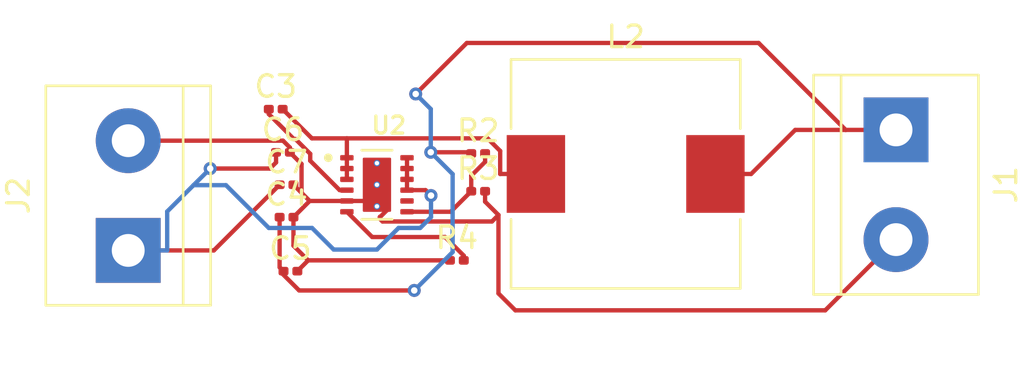
<source format=kicad_pcb>
(kicad_pcb (version 20241229) (generator "pcbnew") (generator_version "9.0")
  (layers (0 "F.Cu" signal) (2 "B.Cu" signal) (13 "F.Paste" user) (15 "B.Paste" user) (5 "F.SilkS" user "F.Silkscreen") (7 "B.SilkS" user "B.Silkscreen") (1 "F.Mask" user) (3 "B.Mask" user) (25 "Edge.Cuts" user))
  (net 0 "")
  (net 1 "Net-(C3-Pad2)")
  (net 2 "Net-(U2-BOOT)")
  (net 3 "/Vout-7.6v")
  (net 4 "GND")
  (net 5 "/Vin=10v_to_35v")
  (net 6 "Net-(U2-FB)")
  (net 7 "Net-(U2-RT)")
  (footprint "Capacitor_SMD:C_0201_0603Metric" (layer "F.Cu") (at 110.32 73.5)
    (property "Reference" "C4" (at 0 -1.05 0) (layer "F.SilkS"))
    (property "Value" "22 µF")
    (pad "1" smd roundrect (at -0.32 0) (size 0.46 0.4) (layers "F.Cu" "F.Mask") (net 3 "/Vout-7.6v"))
    (pad "2" smd roundrect (at 0.32 0) (size 0.46 0.4) (layers "F.Cu" "F.Mask") (net 4 "GND"))
  )
  (footprint "Capacitor_SMD:C_0201_0603Metric" (layer "F.Cu") (at 109.82 68.5)
    (property "Reference" "C3" (at 0 -1.05 0) (layer "F.SilkS"))
    (property "Value" "0.1 µF")
    (pad "1" smd roundrect (at -0.32 0) (size 0.46 0.4) (layers "F.Cu" "F.Mask") (net 2 "Net-(U2-BOOT)"))
    (pad "2" smd roundrect (at 0.32 0) (size 0.46 0.4) (layers "F.Cu" "F.Mask") (net 1 "Net-(C3-Pad2)"))
  )
  (footprint "Capacitor_SMD:C_0201_0603Metric" (layer "F.Cu") (at 110.32 72)
    (property "Reference" "C7" (at 0 -1.05 0) (layer "F.SilkS"))
    (property "Value" "47 µF")
    (pad "1" smd roundrect (at -0.32 0) (size 0.46 0.4) (layers "F.Cu" "F.Mask") (net 5 "/Vin=10v_to_35v"))
    (pad "2" smd roundrect (at 0.32 0) (size 0.46 0.4) (layers "F.Cu" "F.Mask") (net 4 "GND"))
  )
  (footprint "TerminalBlock:TerminalBlock_bornier-2_P5.08mm" (layer "F.Cu") (at 138.5 69.46 -90)
    (property "Reference" "J1" (at 2.54 -5.08 90) (layer "F.SilkS"))
    (property "Value" "Screw_Terminal_01x02")
    (fp_line (start -2.54 3.81) (end 7.62 3.81) (stroke (width 0.12)) (layer "F.SilkS"))
    (fp_line (start 7.62 3.81) (end 7.62 -3.81) (stroke (width 0.12)) (layer "F.SilkS"))
    (fp_line (start 7.62 2.54) (end -2.54 2.54) (stroke (width 0.12)) (layer "F.SilkS"))
    (fp_line (start -2.54 -3.81) (end -2.54 3.81) (stroke (width 0.12)) (layer "F.SilkS"))
    (fp_line (start 7.62 -3.81) (end -2.54 -3.81) (stroke (width 0.12)) (layer "F.SilkS"))
    (pad "1" thru_hole rect (at 0 0 270) (size 3 3) (drill 1.52) (layers "*.Cu" "*.Mask") (net 3 "/Vout-7.6v"))
    (pad "2" thru_hole circle (at 5.08 0 270) (size 3 3) (drill 1.52) (layers "*.Cu" "*.Mask") (net 4 "GND"))
  )
  (footprint "Capacitor_SMD:C_0201_0603Metric" (layer "F.Cu") (at 110.155 70.5)
    (property "Reference" "C6" (at 0 -1.05 0) (layer "F.SilkS"))
    (property "Value" "10 µF")
    (pad "1" smd roundrect (at -0.32 0) (size 0.46 0.4) (layers "F.Cu" "F.Mask") (net 5 "/Vin=10v_to_35v"))
    (pad "2" smd roundrect (at 0.32 0) (size 0.46 0.4) (layers "F.Cu" "F.Mask") (net 4 "GND"))
  )
  (footprint "Capacitor_SMD:C_0201_0603Metric" (layer "F.Cu") (at 110.5 76)
    (property "Reference" "C5" (at 0 -1.05 0) (layer "F.SilkS"))
    (property "Value" "22 µF")
    (pad "1" smd roundrect (at -0.32 0) (size 0.46 0.4) (layers "F.Cu" "F.Mask") (net 3 "/Vout-7.6v"))
    (pad "2" smd roundrect (at 0.32 0) (size 0.46 0.4) (layers "F.Cu" "F.Mask") (net 4 "GND"))
  )
  (footprint "TerminalBlock:TerminalBlock_bornier-2_P5.08mm" (layer "F.Cu") (at 103 75.04 90)
    (property "Reference" "J2" (at 2.54 -5.08 90) (layer "F.SilkS"))
    (property "Value" "Screw_Terminal_01x02")
    (fp_line (start 7.62 -3.81) (end -2.54 -3.81) (stroke (width 0.12)) (layer "F.SilkS"))
    (fp_line (start -2.54 -3.81) (end -2.54 3.81) (stroke (width 0.12)) (layer "F.SilkS"))
    (fp_line (start 7.62 2.54) (end -2.54 2.54) (stroke (width 0.12)) (layer "F.SilkS"))
    (fp_line (start 7.62 3.81) (end 7.62 -3.81) (stroke (width 0.12)) (layer "F.SilkS"))
    (fp_line (start -2.54 3.81) (end 7.62 3.81) (stroke (width 0.12)) (layer "F.SilkS"))
    (pad "1" thru_hole rect (at 0 0 90) (size 3 3) (drill 1.52) (layers "*.Cu" "*.Mask") (net 5 "/Vin=10v_to_35v"))
    (pad "2" thru_hole circle (at 5.08 0 90) (size 3 3) (drill 1.52) (layers "*.Cu" "*.Mask") (net 4 "GND"))
  )
  (footprint "Resistor_SMD:R_0201_0603Metric" (layer "F.Cu") (at 119.18 70.55)
    (property "Reference" "R2" (at 0 -1.05 0) (layer "F.SilkS"))
    (property "Value" "84.5 kΩ")
    (pad "1" smd roundrect (at -0.32 0) (size 0.46 0.4) (layers "F.Cu" "F.Mask") (net 3 "/Vout-7.6v"))
    (pad "2" smd roundrect (at 0.32 0) (size 0.46 0.4) (layers "F.Cu" "F.Mask") (net 6 "Net-(U2-FB)"))
  )
  (footprint "LMR51450SDRRR:CONV_LMR51450SDRRR" (layer "F.Cu") (at 114.5 72)
    (property "Reference" "U2" (at 0.55 -2.75 0) (layer "F.SilkS") (effects (font (size 0.787402 0.787402))))
    (property "Value" "LMR51450SDRRR")
    (fp_line (start -0.7 -1.6) (end 0.7 -1.6) (stroke (width 0.127)) (layer "F.SilkS"))
    (fp_line (start -0.7 1.6) (end 0.7 1.6) (stroke (width 0.127)) (layer "F.SilkS"))
    (fp_circle (center -2.25 -1.25) (end -2.15 -1.25) (stroke (width 0.2)) (fill no) (layer "F.SilkS"))
    (pad "1" smd roundrect (at -1.39 -1.25) (size 0.62 0.25) (layers "F.Cu" "F.Paste") (roundrect_rratio 0.2) (net 1 "Net-(C3-Pad2)"))
    (pad "2" smd roundrect (at -1.39 -0.75) (size 0.62 0.25) (layers "F.Cu" "F.Paste") (roundrect_rratio 0.2) (net 1 "Net-(C3-Pad2)"))
    (pad "3" smd roundrect (at -1.39 -0.25) (size 0.62 0.25) (layers "F.Cu" "F.Paste") (roundrect_rratio 0.2) (net 1 "Net-(C3-Pad2)"))
    (pad "4" smd roundrect (at -1.39 0.25) (size 0.62 0.25) (layers "F.Cu" "F.Paste") (roundrect_rratio 0.2) (net 2 "Net-(U2-BOOT)"))
    (pad "5" smd roundrect (at -1.39 0.75) (size 0.62 0.25) (layers "F.Cu" "F.Paste") (roundrect_rratio 0.2) (net 4 "GND"))
    (pad "6" smd roundrect (at -1.39 1.25) (size 0.62 0.25) (layers "F.Cu" "F.Paste") (roundrect_rratio 0.2) (net 7 "Net-(U2-RT)"))
    (pad "7" smd roundrect (at 1.39 1.25) (size 0.62 0.25) (layers "F.Cu" "F.Paste") (roundrect_rratio 0.2) (net 6 "Net-(U2-FB)"))
    (pad "8" smd roundrect (at 1.39 0.75) (size 0.62 0.25) (layers "F.Cu" "F.Paste") (roundrect_rratio 0.2))
    (pad "9" smd roundrect (at 1.39 0.25) (size 0.62 0.25) (layers "F.Cu" "F.Paste") (roundrect_rratio 0.2) (net 5 "/Vin=10v_to_35v"))
    (pad "10" smd roundrect (at 1.39 -0.25) (size 0.62 0.25) (layers "F.Cu" "F.Paste") (roundrect_rratio 0.2) (net 5 "/Vin=10v_to_35v"))
    (pad "11" smd roundrect (at 1.39 -0.75) (size 0.62 0.25) (layers "F.Cu" "F.Paste") (roundrect_rratio 0.2) (net 5 "/Vin=10v_to_35v"))
    (pad "12" smd roundrect (at 1.39 -1.25) (size 0.62 0.25) (layers "F.Cu" "F.Paste") (roundrect_rratio 0.2) (net 5 "/Vin=10v_to_35v"))
    (pad "13" smd custom (at 0 0) (size 0.5 0.5) (layers "F.Cu") (net 4 "GND") (options (clearance outline) (anchor rect)) (primitives (gr_poly (pts (xy -0.65 -1.2) (xy -0.65 1.2) (xy -0.65 1.203) (xy -0.65 1.205) (xy -0.649 1.208) (xy -0.649 1.21) (xy -0.648 1.213) (xy -0.648 1.215) (xy -0.647 1.218) (xy -0.646 1.22) (xy -0.645 1.223) (xy -0.643 1.225) (xy -0.642 1.227) (xy -0.64 1.229) (xy -0.639 1.231) (xy -0.637 1.233) (xy -0.635 1.235) (xy -0.633 1.237) (xy -0.631 1.239) (xy -0.629 1.24) (xy -0.627 1.242) (xy -0.625 1.243) (xy -0.623 1.245) (xy -0.62 1.246) (xy -0.618 1.247) (xy -0.615 1.248) (xy -0.613 1.248) (xy -0.61 1.249) (xy -0.608 1.249) (xy -0.605 1.25) (xy -0.603 1.25) (xy -0.6 1.25) (xy 0.6 1.25) (xy 0.603 1.25) (xy 0.605 1.25) (xy 0.608 1.249) (xy 0.61 1.249) (xy 0.613 1.248) (xy 0.615 1.248) (xy 0.618 1.247) (xy 0.62 1.246) (xy 0.623 1.245) (xy 0.625 1.243) (xy 0.627 1.242) (xy 0.629 1.24) (xy 0.631 1.239) (xy 0.633 1.237) (xy 0.635 1.235) (xy 0.637 1.233) (xy 0.639 1.231) (xy 0.64 1.229) (xy 0.642 1.227) (xy 0.643 1.225) (xy 0.645 1.223) (xy 0.646 1.22) (xy 0.647 1.218) (xy 0.648 1.215) (xy 0.648 1.213) (xy 0.649 1.21) (xy 0.649 1.208) (xy 0.65 1.205) (xy 0.65 1.203) (xy 0.65 1.2) (xy 0.65 -1.2) (xy 0.65 -1.203) (xy 0.65 -1.205) (xy 0.649 -1.208) (xy 0.649 -1.21) (xy 0.648 -1.213) (xy 0.648 -1.215) (xy 0.647 -1.218) (xy 0.646 -1.22) (xy 0.645 -1.223) (xy 0.643 -1.225) (xy 0.642 -1.227) (xy 0.64 -1.229) (xy 0.639 -1.231) (xy 0.637 -1.233) (xy 0.635 -1.235) (xy 0.633 -1.237) (xy 0.631 -1.239) (xy 0.629 -1.24) (xy 0.627 -1.242) (xy 0.625 -1.243) (xy 0.623 -1.245) (xy 0.62 -1.246) (xy 0.618 -1.247) (xy 0.615 -1.248) (xy 0.613 -1.248) (xy 0.61 -1.249) (xy 0.608 -1.249) (xy 0.605 -1.25) (xy 0.603 -1.25) (xy 0.6 -1.25) (xy -0.6 -1.25) (xy -0.603 -1.25) (xy -0.605 -1.25) (xy -0.608 -1.249) (xy -0.61 -1.249) (xy -0.613 -1.248) (xy -0.615 -1.248) (xy -0.618 -1.247) (xy -0.62 -1.246) (xy -0.623 -1.245) (xy -0.625 -1.243) (xy -0.627 -1.242) (xy -0.629 -1.24) (xy -0.631 -1.239) (xy -0.633 -1.237) (xy -0.635 -1.235) (xy -0.637 -1.233) (xy -0.639 -1.231) (xy -0.64 -1.229) (xy -0.642 -1.227) (xy -0.643 -1.225) (xy -0.645 -1.223) (xy -0.646 -1.22) (xy -0.647 -1.218) (xy -0.648 -1.215) (xy -0.648 -1.213) (xy -0.649 -1.21) (xy -0.649 -1.208) (xy -0.65 -1.205) (xy -0.65 -1.203) (xy -0.65 -1.2)) (width 0.01) (fill yes))))
    (pad "14" thru_hole circle (at 0 -1) (size 0.3 0.3) (drill 0.2) (layers "*.Cu"))
    (pad "15" thru_hole circle (at 0 0) (size 0.3 0.3) (drill 0.2) (layers "*.Cu"))
    (pad "16" thru_hole circle (at 0 1) (size 0.3 0.3) (drill 0.2) (layers "*.Cu"))
  )
  (footprint "Inductor_SMD:L_10.4x10.4_H4.8" (layer "F.Cu") (at 126 71.5)
    (property "Reference" "L2" (at 0 -6.35 0) (layer "F.SilkS"))
    (property "Value" "10 µH")
    (fp_line (start -5.3 -5.3) (end 5.3 -5.3) (stroke (width 0.12)) (layer "F.SilkS"))
    (fp_line (start -5.3 -2.1) (end -5.3 -5.3) (stroke (width 0.12)) (layer "F.SilkS"))
    (fp_line (start -5.3 5.3) (end -5.3 2.1) (stroke (width 0.12)) (layer "F.SilkS"))
    (fp_line (start 5.3 -5.3) (end 5.3 -2.1) (stroke (width 0.12)) (layer "F.SilkS"))
    (fp_line (start 5.3 2.1) (end 5.3 5.3) (stroke (width 0.12)) (layer "F.SilkS"))
    (fp_line (start 5.3 5.3) (end -5.3 5.3) (stroke (width 0.12)) (layer "F.SilkS"))
    (pad "1" smd rect (at -4.15 0) (size 2.7 3.6) (layers "F.Cu" "F.Mask" "F.Paste") (net 1 "Net-(C3-Pad2)"))
    (pad "2" smd rect (at 4.15 0) (size 2.7 3.6) (layers "F.Cu" "F.Mask" "F.Paste") (net 3 "/Vout-7.6v"))
  )
  (footprint "Resistor_SMD:R_0201_0603Metric" (layer "F.Cu") (at 118.195 75.5)
    (property "Reference" "R4" (at 0 -1.05 0) (layer "F.SilkS"))
    (property "Value" "100 kΩ")
    (pad "1" smd roundrect (at -0.32 0) (size 0.46 0.4) (layers "F.Cu" "F.Mask") (net 4 "GND"))
    (pad "2" smd roundrect (at 0.32 0) (size 0.46 0.4) (layers "F.Cu" "F.Mask") (net 7 "Net-(U2-RT)"))
  )
  (footprint "Resistor_SMD:R_0201_0603Metric" (layer "F.Cu") (at 119.18 72.3)
    (property "Reference" "R3" (at 0 -1.05 0) (layer "F.SilkS"))
    (property "Value" "10.0 kΩ")
    (pad "1" smd roundrect (at -0.32 0) (size 0.46 0.4) (layers "F.Cu" "F.Mask") (net 6 "Net-(U2-FB)"))
    (pad "2" smd roundrect (at 0.32 0) (size 0.46 0.4) (layers "F.Cu" "F.Mask") (net 4 "GND"))
  )
  (segment (start 113.11 71.75) (end 113.11 71.25) (width 0.2) (layer "F.Cu") (net 1))
  (segment (start 120.198 71.5) (end 120.198 70.4355) (width 0.2) (layer "F.Cu") (net 1))
  (segment (start 113.11 70.75) (end 113.11 71.25) (width 0.2) (layer "F.Cu") (net 1))
  (segment (start 113.11 70.75) (end 113.11 69.8516) (width 0.2) (layer "F.Cu") (net 1))
  (segment (start 113.11 69.8516) (end 111.4916 69.8516) (width 0.2) (layer "F.Cu") (net 1))
  (segment (start 120.198 70.4355) (end 119.614 69.8516) (width 0.2) (layer "F.Cu") (net 1))
  (segment (start 119.614 69.8516) (end 113.11 69.8516) (width 0.2) (layer "F.Cu") (net 1))
  (segment (start 111.4916 69.8516) (end 110.14 68.5) (width 0.2) (layer "F.Cu") (net 1))
  (segment (start 121.85 71.5) (end 120.198 71.5) (width 0.2) (layer "F.Cu") (net 1))
  (segment (start 110.654 69.8826) (end 110.729858 69.8826) (width 0.2) (layer "F.Cu") (net 2))
  (segment (start 112.777 72.25) (end 113.11 72.25) (width 0.2) (layer "F.Cu") (net 2))
  (segment (start 111.415 70.8879) (end 112.777 72.25) (width 0.2) (layer "F.Cu") (net 2))
  (segment (start 109.5 68.5) (end 109.5 68.7285) (width 0.2) (layer "F.Cu") (net 2))
  (segment (start 109.5 68.7285) (end 110.654 69.8826) (width 0.2) (layer "F.Cu") (net 2))
  (segment (start 110.729858 69.8826) (end 111.415 70.567742) (width 0.2) (layer "F.Cu") (net 2))
  (segment (start 111.415 70.567742) (end 111.415 70.8879) (width 0.2) (layer "F.Cu") (net 2))
  (segment (start 110.09 75.91) (end 110 75.82) (width 0.2) (layer "F.Cu") (net 3))
  (segment (start 131.802 71.5) (end 130.15 71.5) (width 0.2) (layer "F.Cu") (net 3))
  (segment (start 133.842 69.46) (end 131.802 71.5) (width 0.2) (layer "F.Cu") (net 3))
  (segment (start 118.805 70.4953) (end 118.86 70.55) (width 0.2) (layer "F.Cu") (net 3))
  (segment (start 136.171 69.46) (end 132.146391 65.435391) (width 0.2) (layer "F.Cu") (net 3))
  (segment (start 118.654609 65.435391) (end 116.292 67.798) (width 0.2) (layer "F.Cu") (net 3))
  (segment (start 116.989 70.4953) (end 118.805 70.4953) (width 0.2) (layer "F.Cu") (net 3))
  (segment (start 110 75.82) (end 110 73.5) (width 0.2) (layer "F.Cu") (net 3))
  (segment (start 138.5 69.46) (end 136.171 69.46) (width 0.2) (layer "F.Cu") (net 3))
  (segment (start 110.09 75.91) (end 110.09 76.0807) (width 0.2) (layer "F.Cu") (net 3))
  (segment (start 110.902 76.8928) (end 116.225 76.8928) (width 0.2) (layer "F.Cu") (net 3))
  (segment (start 110.09 76.0807) (end 110.902 76.8928) (width 0.2) (layer "F.Cu") (net 3))
  (segment (start 110.18 76) (end 110.09 75.91) (width 0.2) (layer "F.Cu") (net 3))
  (segment (start 136.171 69.46) (end 133.842 69.46) (width 0.2) (layer "F.Cu") (net 3))
  (segment (start 132.146391 65.435391) (end 118.654609 65.435391) (width 0.2) (layer "F.Cu") (net 3))
  (via (at 116.989 70.4953) (size 0.6) (drill 0.3) (layers "F.Cu" "B.Cu") (net 3))
  (via (at 116.225 76.8928) (size 0.6) (drill 0.3) (layers "F.Cu" "B.Cu") (net 3))
  (via (at 116.292 67.798) (size 0.6) (drill 0.3) (layers "F.Cu" "B.Cu") (net 3))
  (segment (start 116.989 68.4952) (end 116.989 70.4953) (width 0.2) (layer "B.Cu") (net 3))
  (segment (start 118 75.1178) (end 118 71.5063) (width 0.2) (layer "B.Cu") (net 3))
  (segment (start 118 71.5063) (end 116.989 70.4953) (width 0.2) (layer "B.Cu") (net 3))
  (segment (start 116.292 67.798) (end 116.989 68.4952) (width 0.2) (layer "B.Cu") (net 3))
  (segment (start 116.225 76.8928) (end 118 75.1178) (width 0.2) (layer "B.Cu") (net 3))
  (segment (start 113.11 72.75) (end 114.111 72.75) (width 0.2) (layer "F.Cu") (net 4))
  (segment (start 114.634 73.4923) (end 114.634 73.5749) (width 0.2) (layer "F.Cu") (net 4))
  (segment (start 114.664 73.4752) (end 114.651 73.4752) (width 0.2) (layer "F.Cu") (net 4))
  (segment (start 119.819 73.6998) (end 120.119 73.4) (width 0.2) (layer "F.Cu") (net 4))
  (segment (start 120.119 77.031995) (end 120.119 73.4) (width 0.2) (layer "F.Cu") (net 4))
  (segment (start 111.32 75.5) (end 117.875 75.5) (width 0.2) (layer "F.Cu") (net 4))
  (segment (start 135.226765 77.813235) (end 120.90024 77.813235) (width 0.2) (layer "F.Cu") (net 4))
  (segment (start 114.759 73.6998) (end 119.819 73.6998) (width 0.2) (layer "F.Cu") (net 4))
  (segment (start 111.014 72.3735) (end 111.015 72.375) (width 0.2) (layer "F.Cu") (net 4))
  (segment (start 114.111 72.75) (end 114.313 72.5483) (width 0.2) (layer "F.Cu") (net 4))
  (segment (start 110.64 74.82) (end 110.64 73.5) (width 0.2) (layer "F.Cu") (net 4))
  (segment (start 111.32 75.5) (end 110.64 74.82) (width 0.2) (layer "F.Cu") (net 4))
  (segment (start 111.014 71.0385) (end 111.014 72.3735) (width 0.2) (layer "F.Cu") (net 4))
  (segment (start 110.64 73.5) (end 111.39 72.75) (width 0.2) (layer "F.Cu") (net 4))
  (segment (start 114.687 72.5483) (end 114.952 72.8128) (width 0.2) (layer "F.Cu") (net 4))
  (segment (start 110.158 69.96) (end 103 69.96) (width 0.2) (layer "F.Cu") (net 4))
  (segment (start 114.952 73.1872) (end 114.664 73.4752) (width 0.2) (layer "F.Cu") (net 4))
  (segment (start 111.39 72.75) (end 113.11 72.75) (width 0.2) (layer "F.Cu") (net 4))
  (segment (start 114.634 73.5749) (end 114.759 73.6998) (width 0.2) (layer "F.Cu") (net 4))
  (segment (start 120.90024 77.813235) (end 120.119 77.031995) (width 0.2) (layer "F.Cu") (net 4))
  (segment (start 110.475 70.5) (end 110.475 70.277) (width 0.2) (layer "F.Cu") (net 4))
  (segment (start 110.475 70.5) (end 111.014 71.0385) (width 0.2) (layer "F.Cu") (net 4))
  (segment (start 138.5 74.54) (end 135.226765 77.813235) (width 0.2) (layer "F.Cu") (net 4))
  (segment (start 119.5 72.7813) (end 119.5 72.3) (width 0.2) (layer "F.Cu") (net 4))
  (segment (start 110.475 70.277) (end 110.158 69.96) (width 0.2) (layer "F.Cu") (net 4))
  (segment (start 110.64 72) (end 111.014 72.3735) (width 0.2) (layer "F.Cu") (net 4))
  (segment (start 120.119 73.4) (end 119.5 72.7813) (width 0.2) (layer "F.Cu") (net 4))
  (segment (start 110.82 76) (end 111.32 75.5) (width 0.2) (layer "F.Cu") (net 4))
  (segment (start 114.313 72.5483) (end 114.687 72.5483) (width 0.2) (layer "F.Cu") (net 4))
  (segment (start 114.952 72.8128) (end 114.952 73.1872) (width 0.2) (layer "F.Cu") (net 4))
  (segment (start 114.651 73.4752) (end 114.634 73.4923) (width 0.2) (layer "F.Cu") (net 4))
  (segment (start 111.015 72.375) (end 111.39 72.75) (width 0.2) (layer "F.Cu") (net 4))
  (segment (start 109.835 70.9678) (end 109.553 71.25) (width 0.2) (layer "F.Cu") (net 5))
  (segment (start 115.89 71.75) (end 115.89 72.25) (width 0.2) (layer "F.Cu") (net 5))
  (segment (start 106.96 75.04) (end 110 72) (width 0.2) (layer "F.Cu") (net 5))
  (segment (start 103 75.04) (end 106.96 75.04) (width 0.2) (layer "F.Cu") (net 5))
  (segment (start 115.89 71.5812) (end 115.89 71.25) (width 0.2) (layer "F.Cu") (net 5))
  (segment (start 116.75 72.25) (end 117 72.5) (width 0.2) (layer "F.Cu") (net 5))
  (segment (start 115.89 71.75) (end 115.89 71.5812) (width 0.2) (layer "F.Cu") (net 5))
  (segment (start 109.835 70.5) (end 109.835 70.9678) (width 0.2) (layer "F.Cu") (net 5))
  (segment (start 115.89 71.25) (end 115.89 70.75) (width 0.2) (layer "F.Cu") (net 5))
  (segment (start 115.89 72.25) (end 116.75 72.25) (width 0.2) (layer "F.Cu") (net 5))
  (segment (start 109.553 71.25) (end 106.79 71.25) (width 0.2) (layer "F.Cu") (net 5))
  (via (at 106.79 71.25) (size 0.6) (drill 0.3) (layers "F.Cu" "B.Cu") (net 5))
  (via (at 117 72.5) (size 0.6) (drill 0.3) (layers "F.Cu" "B.Cu") (net 5))
  (segment (start 111.5 74) (end 112.5 75) (width 0.2) (layer "B.Cu") (net 5))
  (segment (start 106.020058 72.020058) (end 107.520058 72.020058) (width 0.2) (layer "B.Cu") (net 5))
  (segment (start 104.802 73.2383) (end 106.020058 72.020058) (width 0.2) (layer "B.Cu") (net 5))
  (segment (start 104.802 75.04) (end 104.802 73.2383) (width 0.2) (layer "B.Cu") (net 5))
  (segment (start 116.5 74) (end 117 73.5) (width 0.2) (layer "B.Cu") (net 5))
  (segment (start 112.5 75) (end 114.5 75) (width 0.2) (layer "B.Cu") (net 5))
  (segment (start 116 74) (end 116.5 74) (width 0.2) (layer "B.Cu") (net 5))
  (segment (start 107.520058 72.020058) (end 109.5 74) (width 0.2) (layer "B.Cu") (net 5))
  (segment (start 109.5 74) (end 111.5 74) (width 0.2) (layer "B.Cu") (net 5))
  (segment (start 106.020058 72.020058) (end 106.79 71.25) (width 0.2) (layer "B.Cu") (net 5))
  (segment (start 115.5 74) (end 116 74) (width 0.2) (layer "B.Cu") (net 5))
  (segment (start 114.5 75) (end 115.5 74) (width 0.2) (layer "B.Cu") (net 5))
  (segment (start 103 75.04) (end 104.802 75.04) (width 0.2) (layer "B.Cu") (net 5))
  (segment (start 117 73.5) (end 117 72.5) (width 0.2) (layer "B.Cu") (net 5))
  (segment (start 118.86 71.581) (end 118.86 72.3) (width 0.2) (layer "F.Cu") (net 6))
  (segment (start 119.5 70.55) (end 119.5 70.941) (width 0.2) (layer "F.Cu") (net 6))
  (segment (start 119.5 70.941) (end 118.86 71.581) (width 0.2) (layer "F.Cu") (net 6))
  (segment (start 117.91 73.25) (end 118.86 72.3) (width 0.2) (layer "F.Cu") (net 6))
  (segment (start 115.89 73.25) (end 117.91 73.25) (width 0.2) (layer "F.Cu") (net 6))
  (segment (start 117.653 74.4208) (end 114.281 74.4208) (width 0.2) (layer "F.Cu") (net 7))
  (segment (start 118.515 75.2829) (end 117.653 74.4208) (width 0.2) (layer "F.Cu") (net 7))
  (segment (start 114.281 74.4208) (end 113.11 73.25) (width 0.2) (layer "F.Cu") (net 7))
  (segment (start 118.515 75.5) (end 118.515 75.2829) (width 0.2) (layer "F.Cu") (net 7))
)
</source>
